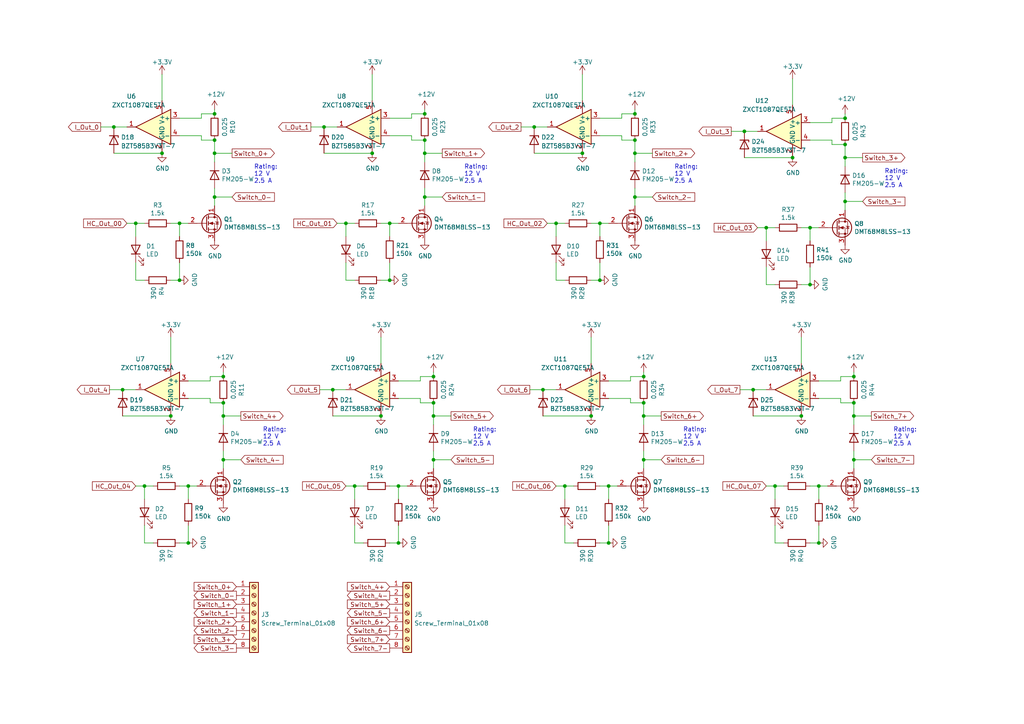
<source format=kicad_sch>
(kicad_sch (version 20211123) (generator eeschema)
  (paper "A4")
  (junction (at 115.57 140.97))
  (junction (at 39.37 64.77))
  (junction (at 245.11 34.29))
  (junction (at 54.61 140.97))
  (junction (at 49.53 120.65))
  (junction (at 93.98 36.83))
  (junction (at 125.73 109.22))
  (junction (at 163.83 140.97))
  (junction (at 229.87 45.72))
  (junction (at 168.91 44.45))
  (junction (at 41.91 140.97))
  (junction (at 171.45 120.65))
  (junction (at 184.15 44.45))
  (junction (at 35.56 113.03))
  (junction (at 218.44 113.03))
  (junction (at 123.19 57.15))
  (junction (at 224.79 140.97))
  (junction (at 184.15 57.15))
  (junction (at 245.11 41.91))
  (junction (at 215.9 38.1))
  (junction (at 33.02 36.83))
  (junction (at 62.23 44.45))
  (junction (at 125.73 120.65))
  (junction (at 184.15 40.64))
  (junction (at 173.99 64.77))
  (junction (at 186.69 133.35))
  (junction (at 245.11 58.42))
  (junction (at 245.11 45.72))
  (junction (at 157.48 113.03))
  (junction (at 247.65 120.65))
  (junction (at 247.65 109.22))
  (junction (at 186.69 109.22))
  (junction (at 234.95 82.55))
  (junction (at 96.52 113.03))
  (junction (at 46.99 44.45))
  (junction (at 110.49 120.65))
  (junction (at 52.07 64.77))
  (junction (at 64.77 109.22))
  (junction (at 237.49 140.97))
  (junction (at 123.19 44.45))
  (junction (at 125.73 133.35))
  (junction (at 100.33 64.77))
  (junction (at 237.49 157.48))
  (junction (at 62.23 57.15))
  (junction (at 62.23 33.02))
  (junction (at 154.94 36.83))
  (junction (at 113.03 81.28))
  (junction (at 247.65 133.35))
  (junction (at 115.57 157.48))
  (junction (at 107.95 44.45))
  (junction (at 123.19 33.02))
  (junction (at 123.19 40.64))
  (junction (at 113.03 64.77))
  (junction (at 64.77 133.35))
  (junction (at 102.87 140.97))
  (junction (at 222.25 66.04))
  (junction (at 186.69 116.84))
  (junction (at 176.53 157.48))
  (junction (at 52.07 81.28))
  (junction (at 64.77 120.65))
  (junction (at 184.15 33.02))
  (junction (at 247.65 116.84))
  (junction (at 186.69 120.65))
  (junction (at 161.29 64.77))
  (junction (at 173.99 81.28))
  (junction (at 232.41 120.65))
  (junction (at 125.73 116.84))
  (junction (at 64.77 116.84))
  (junction (at 54.61 157.48))
  (junction (at 234.95 66.04))
  (junction (at 62.23 40.64))
  (junction (at 176.53 140.97))
  (wire (pts (xy 113.03 64.77) (xy 115.57 64.77)))
  (wire (pts (xy 100.33 64.77) (xy 100.33 68.58)))
  (wire (pts (xy 247.65 120.65) (xy 247.65 123.19)))
  (wire (pts (xy 186.69 133.35) (xy 186.69 135.89)))
  (wire (pts (xy 54.61 110.49) (xy 60.96 110.49)))
  (wire (pts (xy 163.83 140.97) (xy 163.83 144.78)))
  (wire (pts (xy 125.73 133.35) (xy 125.73 135.89)))
  (wire (pts (xy 176.53 144.78) (xy 176.53 140.97)))
  (wire (pts (xy 237.49 110.49) (xy 243.84 110.49)))
  (wire (pts (xy 247.65 133.35) (xy 247.65 135.89)))
  (wire (pts (xy 52.07 34.29) (xy 58.42 34.29)))
  (wire (pts (xy 250.19 45.72) (xy 245.11 45.72)))
  (wire (pts (xy 212.09 38.1) (xy 215.9 38.1)))
  (wire (pts (xy 130.81 120.65) (xy 125.73 120.65)))
  (wire (pts (xy 250.19 58.42) (xy 245.11 58.42)))
  (wire (pts (xy 215.9 38.1) (xy 219.71 38.1)))
  (wire (pts (xy 62.23 44.45) (xy 62.23 46.99)))
  (wire (pts (xy 224.79 140.97) (xy 227.33 140.97)))
  (wire (pts (xy 234.95 69.85) (xy 234.95 66.04)))
  (wire (pts (xy 115.57 110.49) (xy 121.92 110.49)))
  (wire (pts (xy 243.84 110.49) (xy 243.84 109.22)))
  (wire (pts (xy 102.87 157.48) (xy 105.41 157.48)))
  (wire (pts (xy 224.79 140.97) (xy 224.79 144.78)))
  (wire (pts (xy 161.29 64.77) (xy 161.29 68.58)))
  (wire (pts (xy 60.96 116.84) (xy 64.77 116.84)))
  (wire (pts (xy 46.99 21.59) (xy 46.99 29.21)))
  (wire (pts (xy 163.83 152.4) (xy 163.83 157.48)))
  (wire (pts (xy 69.85 120.65) (xy 64.77 120.65)))
  (wire (pts (xy 245.11 45.72) (xy 245.11 48.26)))
  (wire (pts (xy 168.91 21.59) (xy 168.91 29.21)))
  (wire (pts (xy 125.73 109.22) (xy 125.73 107.95)))
  (wire (pts (xy 121.92 115.57) (xy 121.92 116.84)))
  (wire (pts (xy 115.57 140.97) (xy 118.11 140.97)))
  (wire (pts (xy 100.33 64.77) (xy 102.87 64.77)))
  (wire (pts (xy 241.3 40.64) (xy 234.95 40.64)))
  (wire (pts (xy 222.25 66.04) (xy 222.25 69.85)))
  (wire (pts (xy 52.07 157.48) (xy 54.61 157.48)))
  (wire (pts (xy 241.3 41.91) (xy 245.11 41.91)))
  (wire (pts (xy 245.11 34.29) (xy 245.11 33.02)))
  (wire (pts (xy 234.95 82.55) (xy 234.95 77.47)))
  (wire (pts (xy 180.34 33.02) (xy 184.15 33.02)))
  (wire (pts (xy 241.3 35.56) (xy 241.3 34.29)))
  (wire (pts (xy 173.99 81.28) (xy 173.99 76.2)))
  (wire (pts (xy 110.49 64.77) (xy 113.03 64.77)))
  (wire (pts (xy 241.3 34.29) (xy 245.11 34.29)))
  (wire (pts (xy 247.65 130.81) (xy 247.65 133.35)))
  (wire (pts (xy 97.79 64.77) (xy 100.33 64.77)))
  (wire (pts (xy 107.95 21.59) (xy 107.95 29.21)))
  (wire (pts (xy 191.77 120.65) (xy 186.69 120.65)))
  (wire (pts (xy 163.83 140.97) (xy 166.37 140.97)))
  (wire (pts (xy 92.71 113.03) (xy 96.52 113.03)))
  (wire (pts (xy 171.45 81.28) (xy 173.99 81.28)))
  (wire (pts (xy 173.99 140.97) (xy 176.53 140.97)))
  (wire (pts (xy 252.73 120.65) (xy 247.65 120.65)))
  (wire (pts (xy 62.23 40.64) (xy 62.23 44.45)))
  (wire (pts (xy 189.23 44.45) (xy 184.15 44.45)))
  (wire (pts (xy 247.65 116.84) (xy 247.65 120.65)))
  (wire (pts (xy 113.03 81.28) (xy 113.03 76.2)))
  (wire (pts (xy 125.73 120.65) (xy 125.73 123.19)))
  (wire (pts (xy 157.48 120.65) (xy 171.45 120.65)))
  (wire (pts (xy 161.29 140.97) (xy 163.83 140.97)))
  (wire (pts (xy 35.56 120.65) (xy 49.53 120.65)))
  (wire (pts (xy 222.25 140.97) (xy 224.79 140.97)))
  (wire (pts (xy 115.57 157.48) (xy 115.57 152.4)))
  (wire (pts (xy 58.42 39.37) (xy 58.42 40.64)))
  (wire (pts (xy 96.52 113.03) (xy 100.33 113.03)))
  (wire (pts (xy 243.84 115.57) (xy 237.49 115.57)))
  (wire (pts (xy 245.11 58.42) (xy 245.11 60.96)))
  (wire (pts (xy 113.03 34.29) (xy 119.38 34.29)))
  (wire (pts (xy 123.19 40.64) (xy 123.19 44.45)))
  (wire (pts (xy 119.38 33.02) (xy 123.19 33.02)))
  (wire (pts (xy 184.15 40.64) (xy 184.15 44.45)))
  (wire (pts (xy 180.34 39.37) (xy 180.34 40.64)))
  (wire (pts (xy 186.69 109.22) (xy 186.69 107.95)))
  (wire (pts (xy 224.79 152.4) (xy 224.79 157.48)))
  (wire (pts (xy 60.96 109.22) (xy 64.77 109.22)))
  (wire (pts (xy 62.23 54.61) (xy 62.23 57.15)))
  (wire (pts (xy 33.02 36.83) (xy 36.83 36.83)))
  (wire (pts (xy 125.73 116.84) (xy 125.73 120.65)))
  (wire (pts (xy 184.15 54.61) (xy 184.15 57.15)))
  (wire (pts (xy 123.19 57.15) (xy 123.19 59.69)))
  (wire (pts (xy 41.91 140.97) (xy 44.45 140.97)))
  (wire (pts (xy 58.42 39.37) (xy 52.07 39.37)))
  (wire (pts (xy 39.37 140.97) (xy 41.91 140.97)))
  (wire (pts (xy 113.03 157.48) (xy 115.57 157.48)))
  (wire (pts (xy 237.49 140.97) (xy 240.03 140.97)))
  (wire (pts (xy 102.87 152.4) (xy 102.87 157.48)))
  (wire (pts (xy 171.45 64.77) (xy 173.99 64.77)))
  (wire (pts (xy 161.29 81.28) (xy 163.83 81.28)))
  (wire (pts (xy 180.34 39.37) (xy 173.99 39.37)))
  (wire (pts (xy 64.77 109.22) (xy 64.77 107.95)))
  (wire (pts (xy 243.84 116.84) (xy 247.65 116.84)))
  (wire (pts (xy 229.87 22.86) (xy 229.87 30.48)))
  (wire (pts (xy 102.87 140.97) (xy 105.41 140.97)))
  (wire (pts (xy 54.61 144.78) (xy 54.61 140.97)))
  (wire (pts (xy 64.77 116.84) (xy 64.77 120.65)))
  (wire (pts (xy 113.03 68.58) (xy 113.03 64.77)))
  (wire (pts (xy 151.13 36.83) (xy 154.94 36.83)))
  (wire (pts (xy 252.73 133.35) (xy 247.65 133.35)))
  (wire (pts (xy 54.61 157.48) (xy 54.61 152.4)))
  (wire (pts (xy 224.79 157.48) (xy 227.33 157.48)))
  (wire (pts (xy 58.42 34.29) (xy 58.42 33.02)))
  (wire (pts (xy 128.27 44.45) (xy 123.19 44.45)))
  (wire (pts (xy 182.88 116.84) (xy 186.69 116.84)))
  (wire (pts (xy 49.53 64.77) (xy 52.07 64.77)))
  (wire (pts (xy 232.41 97.79) (xy 232.41 105.41)))
  (wire (pts (xy 245.11 55.88) (xy 245.11 58.42)))
  (wire (pts (xy 119.38 34.29) (xy 119.38 33.02)))
  (wire (pts (xy 176.53 157.48) (xy 176.53 152.4)))
  (wire (pts (xy 189.23 57.15) (xy 184.15 57.15)))
  (wire (pts (xy 184.15 33.02) (xy 184.15 31.75)))
  (wire (pts (xy 121.92 115.57) (xy 115.57 115.57)))
  (wire (pts (xy 64.77 133.35) (xy 64.77 135.89)))
  (wire (pts (xy 67.31 57.15) (xy 62.23 57.15)))
  (wire (pts (xy 60.96 110.49) (xy 60.96 109.22)))
  (wire (pts (xy 41.91 140.97) (xy 41.91 144.78)))
  (wire (pts (xy 93.98 36.83) (xy 97.79 36.83)))
  (wire (pts (xy 184.15 44.45) (xy 184.15 46.99)))
  (wire (pts (xy 125.73 130.81) (xy 125.73 133.35)))
  (wire (pts (xy 69.85 133.35) (xy 64.77 133.35)))
  (wire (pts (xy 232.41 66.04) (xy 234.95 66.04)))
  (wire (pts (xy 67.31 44.45) (xy 62.23 44.45)))
  (wire (pts (xy 35.56 113.03) (xy 39.37 113.03)))
  (wire (pts (xy 171.45 97.79) (xy 171.45 105.41)))
  (wire (pts (xy 247.65 109.22) (xy 247.65 107.95)))
  (wire (pts (xy 113.03 140.97) (xy 115.57 140.97)))
  (wire (pts (xy 182.88 115.57) (xy 182.88 116.84)))
  (wire (pts (xy 176.53 110.49) (xy 182.88 110.49)))
  (wire (pts (xy 119.38 40.64) (xy 123.19 40.64)))
  (wire (pts (xy 54.61 140.97) (xy 57.15 140.97)))
  (wire (pts (xy 100.33 140.97) (xy 102.87 140.97)))
  (wire (pts (xy 237.49 157.48) (xy 237.49 152.4)))
  (wire (pts (xy 173.99 64.77) (xy 176.53 64.77)))
  (wire (pts (xy 219.71 66.04) (xy 222.25 66.04)))
  (wire (pts (xy 39.37 64.77) (xy 41.91 64.77)))
  (wire (pts (xy 119.38 39.37) (xy 113.03 39.37)))
  (wire (pts (xy 33.02 44.45) (xy 46.99 44.45)))
  (wire (pts (xy 49.53 81.28) (xy 52.07 81.28)))
  (wire (pts (xy 121.92 110.49) (xy 121.92 109.22)))
  (wire (pts (xy 121.92 116.84) (xy 125.73 116.84)))
  (wire (pts (xy 36.83 64.77) (xy 39.37 64.77)))
  (wire (pts (xy 186.69 116.84) (xy 186.69 120.65)))
  (wire (pts (xy 215.9 45.72) (xy 229.87 45.72)))
  (wire (pts (xy 173.99 34.29) (xy 180.34 34.29)))
  (wire (pts (xy 64.77 130.81) (xy 64.77 133.35)))
  (wire (pts (xy 232.41 82.55) (xy 234.95 82.55)))
  (wire (pts (xy 180.34 34.29) (xy 180.34 33.02)))
  (wire (pts (xy 214.63 113.03) (xy 218.44 113.03)))
  (wire (pts (xy 58.42 33.02) (xy 62.23 33.02)))
  (wire (pts (xy 29.21 36.83) (xy 33.02 36.83)))
  (wire (pts (xy 243.84 109.22) (xy 247.65 109.22)))
  (wire (pts (xy 52.07 81.28) (xy 52.07 76.2)))
  (wire (pts (xy 222.25 82.55) (xy 224.79 82.55)))
  (wire (pts (xy 241.3 40.64) (xy 241.3 41.91)))
  (wire (pts (xy 121.92 109.22) (xy 125.73 109.22)))
  (wire (pts (xy 180.34 40.64) (xy 184.15 40.64)))
  (wire (pts (xy 110.49 81.28) (xy 113.03 81.28)))
  (wire (pts (xy 186.69 130.81) (xy 186.69 133.35)))
  (wire (pts (xy 243.84 115.57) (xy 243.84 116.84)))
  (wire (pts (xy 62.23 57.15) (xy 62.23 59.69)))
  (wire (pts (xy 153.67 113.03) (xy 157.48 113.03)))
  (wire (pts (xy 182.88 109.22) (xy 186.69 109.22)))
  (wire (pts (xy 237.49 144.78) (xy 237.49 140.97)))
  (wire (pts (xy 234.95 66.04) (xy 237.49 66.04)))
  (wire (pts (xy 154.94 44.45) (xy 168.91 44.45)))
  (wire (pts (xy 218.44 120.65) (xy 232.41 120.65)))
  (wire (pts (xy 186.69 120.65) (xy 186.69 123.19)))
  (wire (pts (xy 110.49 97.79) (xy 110.49 105.41)))
  (wire (pts (xy 184.15 57.15) (xy 184.15 59.69)))
  (wire (pts (xy 96.52 120.65) (xy 110.49 120.65)))
  (wire (pts (xy 39.37 64.77) (xy 39.37 68.58)))
  (wire (pts (xy 234.95 35.56) (xy 241.3 35.56)))
  (wire (pts (xy 182.88 110.49) (xy 182.88 109.22)))
  (wire (pts (xy 39.37 76.2) (xy 39.37 81.28)))
  (wire (pts (xy 130.81 133.35) (xy 125.73 133.35)))
  (wire (pts (xy 90.17 36.83) (xy 93.98 36.83)))
  (wire (pts (xy 234.95 140.97) (xy 237.49 140.97)))
  (wire (pts (xy 191.77 133.35) (xy 186.69 133.35)))
  (wire (pts (xy 52.07 140.97) (xy 54.61 140.97)))
  (wire (pts (xy 234.95 157.48) (xy 237.49 157.48)))
  (wire (pts (xy 176.53 140.97) (xy 179.07 140.97)))
  (wire (pts (xy 161.29 64.77) (xy 163.83 64.77)))
  (wire (pts (xy 39.37 81.28) (xy 41.91 81.28)))
  (wire (pts (xy 154.94 36.83) (xy 158.75 36.83)))
  (wire (pts (xy 64.77 120.65) (xy 64.77 123.19)))
  (wire (pts (xy 123.19 44.45) (xy 123.19 46.99)))
  (wire (pts (xy 128.27 57.15) (xy 123.19 57.15)))
  (wire (pts (xy 60.96 115.57) (xy 60.96 116.84)))
  (wire (pts (xy 161.29 76.2) (xy 161.29 81.28)))
  (wire (pts (xy 41.91 152.4) (xy 41.91 157.48)))
  (wire (pts (xy 102.87 140.97) (xy 102.87 144.78)))
  (wire (pts (xy 158.75 64.77) (xy 161.29 64.77)))
  (wire (pts (xy 41.91 157.48) (xy 44.45 157.48)))
  (wire (pts (xy 222.25 77.47) (xy 222.25 82.55)))
  (wire (pts (xy 173.99 157.48) (xy 176.53 157.48)))
  (wire (pts (xy 100.33 76.2) (xy 100.33 81.28)))
  (wire (pts (xy 62.23 33.02) (xy 62.23 31.75)))
  (wire (pts (xy 49.53 97.79) (xy 49.53 105.41)))
  (wire (pts (xy 245.11 41.91) (xy 245.11 45.72)))
  (wire (pts (xy 52.07 64.77) (xy 54.61 64.77)))
  (wire (pts (xy 218.44 113.03) (xy 222.25 113.03)))
  (wire (pts (xy 115.57 144.78) (xy 115.57 140.97)))
  (wire (pts (xy 58.42 40.64) (xy 62.23 40.64)))
  (wire (pts (xy 123.19 33.02) (xy 123.19 31.75)))
  (wire (pts (xy 119.38 39.37) (xy 119.38 40.64)))
  (wire (pts (xy 173.99 68.58) (xy 173.99 64.77)))
  (wire (pts (xy 60.96 115.57) (xy 54.61 115.57)))
  (wire (pts (xy 157.48 113.03) (xy 161.29 113.03)))
  (wire (pts (xy 123.19 54.61) (xy 123.19 57.15)))
  (wire (pts (xy 163.83 157.48) (xy 166.37 157.48)))
  (wire (pts (xy 222.25 66.04) (xy 224.79 66.04)))
  (wire (pts (xy 31.75 113.03) (xy 35.56 113.03)))
  (wire (pts (xy 52.07 68.58) (xy 52.07 64.77)))
  (wire (pts (xy 182.88 115.57) (xy 176.53 115.57)))
  (wire (pts (xy 93.98 44.45) (xy 107.95 44.45)))
  (wire (pts (xy 100.33 81.28) (xy 102.87 81.28)))
  (text "Rating:\n12 V\n2.5 A" (at 73.66 53.34 0) (effects (font (size 1.27 1.27)) (justify left bottom)))
  (text "Rating:\n12 V\n2.5 A" (at 137.16 129.54 0) (effects (font (size 1.27 1.27)) (justify left bottom)))
  (text "Rating:\n12 V\n2.5 A" (at 134.62 53.34 0) (effects (font (size 1.27 1.27)) (justify left bottom)))
  (text "Rating:\n12 V\n2.5 A" (at 195.58 53.34 0) (effects (font (size 1.27 1.27)) (justify left bottom)))
  (text "Rating:\n12 V\n2.5 A" (at 198.12 129.54 0) (effects (font (size 1.27 1.27)) (justify left bottom)))
  (text "Rating:\n12 V\n2.5 A" (at 256.54 54.61 0) (effects (font (size 1.27 1.27)) (justify left bottom)))
  (text "Rating:\n12 V\n2.5 A" (at 259.08 129.54 0) (effects (font (size 1.27 1.27)) (justify left bottom)))
  (text "Rating:\n12 V\n2.5 A" (at 76.2 129.54 0) (effects (font (size 1.27 1.27)) (justify left bottom)))
  (global_label "I_Out_1" (shape output) (at 90.17 36.83 180) (property "Referenzen zwischen Schaltplänen" "${INTERSHEET_REFS}" (effects hide)))
  (global_label "Switch_2+" (shape output) (at 189.23 44.45 0) (property "Referenzen zwischen Schaltplänen" "${INTERSHEET_REFS}" (effects hide)))
  (global_label "HC_Out_03" (shape input) (at 219.71 66.04 180) (property "Referenzen zwischen Schaltplänen" "${INTERSHEET_REFS}" (effects hide)))
  (global_label "Switch_0+" (shape output) (at 67.31 44.45 0) (property "Referenzen zwischen Schaltplänen" "${INTERSHEET_REFS}" (effects hide)))
  (global_label "Switch_6+" (shape input) (at 113.03 180.34 180) (property "Referenzen zwischen Schaltplänen" "${INTERSHEET_REFS}" (effects hide)))
  (global_label "Switch_3+" (shape input) (at 68.58 185.42 180) (property "Referenzen zwischen Schaltplänen" "${INTERSHEET_REFS}" (effects hide)))
  (global_label "Switch_6-" (shape output) (at 113.03 182.88 180) (property "Referenzen zwischen Schaltplänen" "${INTERSHEET_REFS}" (effects hide)))
  (global_label "Switch_3-" (shape output) (at 68.58 187.96 180) (property "Referenzen zwischen Schaltplänen" "${INTERSHEET_REFS}" (effects hide)))
  (global_label "HC_Out_00" (shape input) (at 36.83 64.77 180) (property "Referenzen zwischen Schaltplänen" "${INTERSHEET_REFS}" (effects hide)))
  (global_label "Switch_2-" (shape output) (at 68.58 182.88 180) (property "Referenzen zwischen Schaltplänen" "${INTERSHEET_REFS}" (effects hide)))
  (global_label "Switch_7+" (shape output) (at 252.73 120.65 0) (property "Referenzen zwischen Schaltplänen" "${INTERSHEET_REFS}" (effects hide)))
  (global_label "Switch_4-" (shape output) (at 113.03 172.72 180) (property "Referenzen zwischen Schaltplänen" "${INTERSHEET_REFS}" (effects hide)))
  (global_label "Switch_5+" (shape output) (at 130.81 120.65 0) (property "Referenzen zwischen Schaltplänen" "${INTERSHEET_REFS}" (effects hide)))
  (global_label "Switch_1+" (shape input) (at 68.58 175.26 180) (property "Referenzen zwischen Schaltplänen" "${INTERSHEET_REFS}" (effects hide)))
  (global_label "Switch_4+" (shape output) (at 69.85 120.65 0) (property "Referenzen zwischen Schaltplänen" "${INTERSHEET_REFS}" (effects hide)))
  (global_label "I_Out_3" (shape output) (at 212.09 38.1 180) (property "Referenzen zwischen Schaltplänen" "${INTERSHEET_REFS}" (effects hide)))
  (global_label "Switch_5+" (shape input) (at 113.03 175.26 180) (property "Referenzen zwischen Schaltplänen" "${INTERSHEET_REFS}" (effects hide)))
  (global_label "I_Out_6" (shape output) (at 153.67 113.03 180) (property "Referenzen zwischen Schaltplänen" "${INTERSHEET_REFS}" (effects hide)))
  (global_label "Switch_1+" (shape output) (at 128.27 44.45 0) (property "Referenzen zwischen Schaltplänen" "${INTERSHEET_REFS}" (effects hide)))
  (global_label "HC_Out_07" (shape input) (at 222.25 140.97 180) (property "Referenzen zwischen Schaltplänen" "${INTERSHEET_REFS}" (effects hide)))
  (global_label "HC_Out_05" (shape input) (at 100.33 140.97 180) (property "Referenzen zwischen Schaltplänen" "${INTERSHEET_REFS}" (effects hide)))
  (global_label "Switch_4-" (shape input) (at 69.85 133.35 0) (property "Referenzen zwischen Schaltplänen" "${INTERSHEET_REFS}" (effects hide)))
  (global_label "I_Out_2" (shape output) (at 151.13 36.83 180) (property "Referenzen zwischen Schaltplänen" "${INTERSHEET_REFS}" (effects hide)))
  (global_label "I_Out_4" (shape output) (at 31.75 113.03 180) (property "Referenzen zwischen Schaltplänen" "${INTERSHEET_REFS}" (effects hide)))
  (global_label "HC_Out_02" (shape input) (at 158.75 64.77 180) (property "Referenzen zwischen Schaltplänen" "${INTERSHEET_REFS}" (effects hide)))
  (global_label "Switch_6-" (shape input) (at 191.77 133.35 0) (property "Referenzen zwischen Schaltplänen" "${INTERSHEET_REFS}" (effects hide)))
  (global_label "Switch_2+" (shape input) (at 68.58 180.34 180) (property "Referenzen zwischen Schaltplänen" "${INTERSHEET_REFS}" (effects hide)))
  (global_label "I_Out_0" (shape output) (at 29.21 36.83 180) (property "Referenzen zwischen Schaltplänen" "${INTERSHEET_REFS}" (effects hide)))
  (global_label "Switch_1-" (shape input) (at 128.27 57.15 0) (property "Referenzen zwischen Schaltplänen" "${INTERSHEET_REFS}" (effects hide)))
  (global_label "Switch_4+" (shape input) (at 113.03 170.18 180) (property "Referenzen zwischen Schaltplänen" "${INTERSHEET_REFS}" (effects hide)))
  (global_label "Switch_1-" (shape output) (at 68.58 177.8 180) (property "Referenzen zwischen Schaltplänen" "${INTERSHEET_REFS}" (effects hide)))
  (global_label "HC_Out_06" (shape input) (at 161.29 140.97 180) (property "Referenzen zwischen Schaltplänen" "${INTERSHEET_REFS}" (effects hide)))
  (global_label "Switch_3+" (shape output) (at 250.19 45.72 0) (property "Referenzen zwischen Schaltplänen" "${INTERSHEET_REFS}" (effects hide)))
  (global_label "Switch_3-" (shape input) (at 250.19 58.42 0) (property "Referenzen zwischen Schaltplänen" "${INTERSHEET_REFS}" (effects hide)))
  (global_label "Switch_5-" (shape output) (at 113.03 177.8 180) (property "Referenzen zwischen Schaltplänen" "${INTERSHEET_REFS}" (effects hide)))
  (global_label "Switch_7-" (shape input) (at 252.73 133.35 0) (property "Referenzen zwischen Schaltplänen" "${INTERSHEET_REFS}" (effects hide)))
  (global_label "Switch_7+" (shape input) (at 113.03 185.42 180) (property "Referenzen zwischen Schaltplänen" "${INTERSHEET_REFS}" (effects hide)))
  (global_label "Switch_2-" (shape input) (at 189.23 57.15 0) (property "Referenzen zwischen Schaltplänen" "${INTERSHEET_REFS}" (effects hide)))
  (global_label "Switch_0-" (shape output) (at 68.58 172.72 180) (property "Referenzen zwischen Schaltplänen" "${INTERSHEET_REFS}" (effects hide)))
  (global_label "Switch_0+" (shape input) (at 68.58 170.18 180) (property "Referenzen zwischen Schaltplänen" "${INTERSHEET_REFS}" (effects hide)))
  (global_label "Switch_5-" (shape input) (at 130.81 133.35 0) (property "Referenzen zwischen Schaltplänen" "${INTERSHEET_REFS}" (effects hide)))
  (global_label "Switch_6+" (shape output) (at 191.77 120.65 0) (property "Referenzen zwischen Schaltplänen" "${INTERSHEET_REFS}" (effects hide)))
  (global_label "I_Out_7" (shape output) (at 214.63 113.03 180) (property "Referenzen zwischen Schaltplänen" "${INTERSHEET_REFS}" (effects hide)))
  (global_label "Switch_7-" (shape output) (at 113.03 187.96 180) (property "Referenzen zwischen Schaltplänen" "${INTERSHEET_REFS}" (effects hide)))
  (global_label "Switch_0-" (shape input) (at 67.31 57.15 0) (property "Referenzen zwischen Schaltplänen" "${INTERSHEET_REFS}" (effects hide)))
  (global_label "HC_Out_01" (shape input) (at 97.79 64.77 180) (property "Referenzen zwischen Schaltplänen" "${INTERSHEET_REFS}" (effects hide)))
  (global_label "HC_Out_04" (shape input) (at 39.37 140.97 180) (property "Referenzen zwischen Schaltplänen" "${INTERSHEET_REFS}" (effects hide)))
  (global_label "I_Out_5" (shape output) (at 92.71 113.03 180) (property "Referenzen zwischen Schaltplänen" "${INTERSHEET_REFS}" (effects hide)))
  (symbol (lib_id "Device:Q_NMOS_DGS") (at 62.23 140.97 0) (unit 1)
    (property "Reference" "Q2" (at 67.437 139.8016 0) (effects (justify left)))
    (property "Value" "DMT68M8LSS-13" (at 67.437 142.113 0) (effects (justify left)))
    (property "Footprint" "Bauteile:DMT68M8LSS-13_SO-8_5.3x6.2mm_P1.27mm" (effects hide))
    (property "Datasheet" "https://www.mouser.de/datasheet/2/115/DIOD_S_A0003132569_1-2542338.pdf" (effects hide))
    (property "Mouser-Nr." "621-DMT68M8LSS-13" (effects hide))
    (property "ID" "64" (effects hide))
  )
  (symbol (lib_id "Device:R") (at 176.53 148.59 0) (unit 1)
    (property "Reference" "R32" (at 178.308 147.4216 0) (effects (justify left)))
    (property "Value" "150k" (at 178.308 149.733 0) (effects (justify left)))
    (property "Footprint" "Resistor_SMD:R_0603_1608Metric" (effects hide))
    (property "Mouser-Nr." "603-RC0603FR-07150KL" (effects hide))
    (property "ID" "38" (effects hide))
  )
  (symbol (lib_id "power:+12V") (at 62.23 31.75 0) (unit 1)
    (property "Reference" "#PWR0167" (effects hide))
    (property "Value" "+12V" (at 62.611 27.3558 0))
  )
  (symbol (lib_id "power:GND") (at 245.11 71.12 0) (unit 1)
    (property "Reference" "#PWR0131" (effects hide))
    (property "Value" "GND" (at 245.237 75.5142 0))
  )
  (symbol (lib_id "Device:R") (at 54.61 148.59 0) (unit 1)
    (property "Reference" "R9" (at 56.388 147.4216 0) (effects (justify left)))
    (property "Value" "150k" (at 56.388 149.733 0) (effects (justify left)))
    (property "Footprint" "Resistor_SMD:R_0603_1608Metric" (effects hide))
    (property "Mouser-Nr." "603-RC0603FR-07150KL" (effects hide))
    (property "ID" "38" (effects hide))
  )
  (symbol (lib_id "power:GND") (at 184.15 69.85 0) (unit 1)
    (property "Reference" "#PWR0142" (effects hide))
    (property "Value" "GND" (at 184.277 74.2442 0))
  )
  (symbol (lib_id "Device:LED") (at 222.25 73.66 90) (unit 1)
    (property "Reference" "D14" (at 225.2472 72.6694 90) (effects (justify right)))
    (property "Value" "LED" (at 225.2472 74.9808 90) (effects (justify right)))
    (property "Footprint" "LED_SMD:LED_0805_2012Metric" (effects hide))
    (property "ID" "33" (effects hide))
  )
  (symbol (lib_id "Device:R") (at 237.49 148.59 0) (unit 1)
    (property "Reference" "R42" (at 239.268 147.4216 0) (effects (justify left)))
    (property "Value" "150k" (at 239.268 149.733 0) (effects (justify left)))
    (property "Footprint" "Resistor_SMD:R_0603_1608Metric" (effects hide))
    (property "Mouser-Nr." "603-RC0603FR-07150KL" (effects hide))
    (property "ID" "38" (effects hide))
  )
  (symbol (lib_id "Diode:BZT52Bxx") (at 218.44 116.84 270) (unit 1)
    (property "Reference" "D25" (at 220.472 116.0053 90) (effects (justify left)))
    (property "Value" "BZT585B3V3T-7" (at 220.472 118.5422 90) (effects (justify left)))
    (property "Footprint" "Diode_SMD:D_SOD-523" (effects hide))
    (property "Datasheet" "https://www.mouser.de/datasheet/2/115/DIODS21369_1-2541769.pdf" (effects hide))
    (property "Mouser-Nr." "621-BZT585B3V3T-7" (effects hide))
    (property "ID" "63" (effects hide))
  )
  (symbol (lib_id "power:GND") (at 64.77 146.05 0) (unit 1)
    (property "Reference" "#PWR0148" (effects hide))
    (property "Value" "GND" (at 64.897 150.4442 0))
  )
  (symbol (lib_id "Device:R") (at 234.95 73.66 0) (unit 1)
    (property "Reference" "R41" (at 236.728 72.4916 0) (effects (justify left)))
    (property "Value" "150k" (at 236.728 74.803 0) (effects (justify left)))
    (property "Footprint" "Resistor_SMD:R_0603_1608Metric" (effects hide))
    (property "Mouser-Nr." "603-RC0603FR-07150KL" (effects hide))
    (property "ID" "38" (effects hide))
  )
  (symbol (lib_id "power:GND") (at 186.69 146.05 0) (unit 1)
    (property "Reference" "#PWR0135" (effects hide))
    (property "Value" "GND" (at 186.817 150.4442 0))
  )
  (symbol (lib_id "Device:R") (at 228.6 82.55 270) (unit 1)
    (property "Reference" "R38" (at 229.7684 84.328 0) (effects (justify left)))
    (property "Value" "390" (at 227.457 84.328 0) (effects (justify left)))
    (property "Footprint" "Resistor_SMD:R_0603_1608Metric" (effects hide))
    (property "Datasheet" "https://www.mouser.de/datasheet/2/447/PYu_RC_Group_51_RoHS_L_11-1984063.pdf" (effects hide))
    (property "Mouser-Nr." "603-RC0603FR-07390RL" (effects hide))
    (property "ID" "21" (effects hide))
  )
  (symbol (lib_id "Device:R") (at 231.14 157.48 270) (unit 1)
    (property "Reference" "R40" (at 232.3084 159.258 0) (effects (justify left)))
    (property "Value" "390" (at 229.997 159.258 0) (effects (justify left)))
    (property "Footprint" "Resistor_SMD:R_0603_1608Metric" (effects hide))
    (property "Datasheet" "https://www.mouser.de/datasheet/2/447/PYu_RC_Group_51_RoHS_L_11-1984063.pdf" (effects hide))
    (property "Mouser-Nr." "603-RC0603FR-07390RL" (effects hide))
    (property "ID" "21" (effects hide))
  )
  (symbol (lib_id "Device:R") (at 109.22 157.48 270) (unit 1)
    (property "Reference" "R20" (at 110.3884 159.258 0) (effects (justify left)))
    (property "Value" "390" (at 108.077 159.258 0) (effects (justify left)))
    (property "Footprint" "Resistor_SMD:R_0603_1608Metric" (effects hide))
    (property "Datasheet" "https://www.mouser.de/datasheet/2/447/PYu_RC_Group_51_RoHS_L_11-1984063.pdf" (effects hide))
    (property "Mouser-Nr." "603-RC0603FR-07390RL" (effects hide))
    (property "ID" "21" (effects hide))
  )
  (symbol (lib_id "Amplifier_Current:INA169") (at 229.87 113.03 0) (mirror y) (unit 1)
    (property "Reference" "U13" (at 223.52 104.14 0))
    (property "Value" "ZXCT1087QE5TA " (at 226.06 106.68 0))
    (property "Footprint" "Package_TO_SOT_SMD:SOT-23-5" (effects hide))
    (property "Datasheet" "https://www.diodes.com/assets/Datasheets/ZXCT1082Q_87Q.pdf" (effects hide))
    (property "Mouser-Nr." " 621-ZXCT1087QE5TA " (effects hide))
    (property "ID" "65" (effects hide))
  )
  (symbol (lib_id "power:+3.3V") (at 46.99 21.59 0) (unit 1)
    (property "Reference" "#PWR0157" (effects hide))
    (property "Value" "+3.3V" (at 46.99 18.0142 0))
  )
  (symbol (lib_id "Diode:BZT52Bxx") (at 215.9 41.91 270) (unit 1)
    (property "Reference" "D24" (at 217.932 41.0753 90) (effects (justify left)))
    (property "Value" "BZT585B3V3T-7" (at 217.932 43.6122 90) (effects (justify left)))
    (property "Footprint" "Diode_SMD:D_SOD-523" (effects hide))
    (property "Datasheet" "https://www.mouser.de/datasheet/2/115/DIODS21369_1-2541769.pdf" (effects hide))
    (property "Mouser-Nr." "621-BZT585B3V3T-7" (effects hide))
    (property "ID" "63" (effects hide))
  )
  (symbol (lib_id "power:+12V") (at 64.77 107.95 0) (unit 1)
    (property "Reference" "#PWR0165" (effects hide))
    (property "Value" "+12V" (at 65.151 103.5558 0))
  )
  (symbol (lib_id "power:GND") (at 168.91 44.45 0) (unit 1)
    (property "Reference" "#PWR0133" (effects hide))
    (property "Value" "GND" (at 169.037 48.8442 0))
  )
  (symbol (lib_id "Device:R") (at 125.73 113.03 180) (unit 1)
    (property "Reference" "R24" (at 130.9878 113.03 90))
    (property "Value" "0.025" (at 128.6764 113.03 90))
    (property "Footprint" "Resistor_SMD:R_1206_3216Metric" (effects hide))
    (property "Datasheet" "https://www.mouser.de/datasheet/2/385/SEI_CSR_CSRN-3077593.pdf" (effects hide))
    (property "Mouser-Nr." "708-CSR1206FK25L0" (effects hide))
    (property "ID" "8" (effects hide))
  )
  (symbol (lib_id "power:+12V") (at 123.19 31.75 0) (unit 1)
    (property "Reference" "#PWR0140" (effects hide))
    (property "Value" "+12V" (at 123.571 27.3558 0))
  )
  (symbol (lib_id "Device:D") (at 123.19 50.8 270) (unit 1)
    (property "Reference" "D8" (at 125.222 49.6316 90) (effects (justify left)))
    (property "Value" "FM205-W" (at 125.222 51.943 90) (effects (justify left)))
    (property "Footprint" "Diode_SMD:D_SMB" (effects hide))
    (property "Datasheet" "https://www.bomeasy.com/pro/rectron/fm205-w/17618/fm205-w.pdf" (effects hide))
    (property "Mouser-Nr." "583-FM205" (effects hide))
    (property "ID" "9" (effects hide))
  )
  (symbol (lib_id "power:GND") (at 173.99 81.28 90) (unit 1)
    (property "Reference" "#PWR0130" (effects hide))
    (property "Value" "GND" (at 178.3842 81.153 0))
  )
  (symbol (lib_id "Diode:BZT52Bxx") (at 35.56 116.84 270) (unit 1)
    (property "Reference" "D19" (at 37.592 116.0053 90) (effects (justify left)))
    (property "Value" "BZT585B3V3T-7" (at 37.592 118.5422 90) (effects (justify left)))
    (property "Footprint" "Diode_SMD:D_SOD-523" (effects hide))
    (property "Datasheet" "https://www.mouser.de/datasheet/2/115/DIODS21369_1-2541769.pdf" (effects hide))
    (property "Mouser-Nr." "621-BZT585B3V3T-7" (effects hide))
    (property "ID" "63" (effects hide))
  )
  (symbol (lib_id "Diode:BZT52Bxx") (at 157.48 116.84 270) (unit 1)
    (property "Reference" "D23" (at 159.512 116.0053 90) (effects (justify left)))
    (property "Value" "BZT585B3V3T-7" (at 159.512 118.5422 90) (effects (justify left)))
    (property "Footprint" "Diode_SMD:D_SOD-523" (effects hide))
    (property "Datasheet" "https://www.mouser.de/datasheet/2/115/DIODS21369_1-2541769.pdf" (effects hide))
    (property "Mouser-Nr." "621-BZT585B3V3T-7" (effects hide))
    (property "ID" "63" (effects hide))
  )
  (symbol (lib_id "power:GND") (at 232.41 120.65 0) (unit 1)
    (property "Reference" "#PWR0185" (effects hide))
    (property "Value" "GND" (at 232.537 125.0442 0))
  )
  (symbol (lib_id "Device:R") (at 184.15 36.83 180) (unit 1)
    (property "Reference" "R33" (at 189.4078 36.83 90))
    (property "Value" "0.025" (at 187.0964 36.83 90))
    (property "Footprint" "Resistor_SMD:R_1206_3216Metric" (effects hide))
    (property "Datasheet" "https://www.mouser.de/datasheet/2/385/SEI_CSR_CSRN-3077593.pdf" (effects hide))
    (property "Mouser-Nr." "708-CSR1206FK25L0" (effects hide))
    (property "ID" "8" (effects hide))
  )
  (symbol (lib_id "Device:Q_NMOS_DGS") (at 242.57 66.04 0) (unit 1)
    (property "Reference" "Q8" (at 247.777 64.8716 0) (effects (justify left)))
    (property "Value" "DMT68M8LSS-13" (at 247.777 67.183 0) (effects (justify left)))
    (property "Footprint" "Bauteile:DMT68M8LSS-13_SO-8_5.3x6.2mm_P1.27mm" (effects hide))
    (property "Datasheet" "https://www.mouser.de/datasheet/2/115/DIOD_S_A0003132569_1-2542338.pdf" (effects hide))
    (property "Mouser-Nr." "621-DMT68M8LSS-13" (effects hide))
    (property "ID" "64" (effects hide))
  )
  (symbol (lib_id "Diode:BZT52Bxx") (at 33.02 40.64 270) (unit 1)
    (property "Reference" "D18" (at 35.052 39.8053 90) (effects (justify left)))
    (property "Value" "BZT585B3V3T-7" (at 35.052 42.3422 90) (effects (justify left)))
    (property "Footprint" "Diode_SMD:D_SOD-523" (effects hide))
    (property "Datasheet" "https://www.mouser.de/datasheet/2/115/DIODS21369_1-2541769.pdf" (effects hide))
    (property "Mouser-Nr." "621-BZT585B3V3T-7" (effects hide))
    (property "ID" "63" (effects hide))
  )
  (symbol (lib_id "Amplifier_Current:INA169") (at 227.33 38.1 0) (mirror y) (unit 1)
    (property "Reference" "U12" (at 220.98 29.21 0))
    (property "Value" "ZXCT1087QE5TA " (at 223.52 31.75 0))
    (property "Footprint" "Package_TO_SOT_SMD:SOT-23-5" (effects hide))
    (property "Datasheet" "https://www.diodes.com/assets/Datasheets/ZXCT1082Q_87Q.pdf" (effects hide))
    (property "Mouser-Nr." " 621-ZXCT1087QE5TA " (effects hide))
    (property "ID" "65" (effects hide))
  )
  (symbol (lib_id "Amplifier_Current:INA169") (at 105.41 36.83 0) (mirror y) (unit 1)
    (property "Reference" "U8" (at 99.06 27.94 0))
    (property "Value" "ZXCT1087QE5TA " (at 101.6 30.48 0))
    (property "Footprint" "Package_TO_SOT_SMD:SOT-23-5" (effects hide))
    (property "Datasheet" "https://www.diodes.com/assets/Datasheets/ZXCT1082Q_87Q.pdf" (effects hide))
    (property "Mouser-Nr." " 621-ZXCT1087QE5TA " (effects hide))
    (property "ID" "65" (effects hide))
  )
  (symbol (lib_id "Device:R") (at 115.57 148.59 0) (unit 1)
    (property "Reference" "R22" (at 117.348 147.4216 0) (effects (justify left)))
    (property "Value" "150k" (at 117.348 149.733 0) (effects (justify left)))
    (property "Footprint" "Resistor_SMD:R_0603_1608Metric" (effects hide))
    (property "Mouser-Nr." "603-RC0603FR-07150KL" (effects hide))
    (property "ID" "38" (effects hide))
  )
  (symbol (lib_id "Device:LED") (at 39.37 72.39 90) (unit 1)
    (property "Reference" "D1" (at 42.3672 71.3994 90) (effects (justify right)))
    (property "Value" "LED" (at 42.3672 73.7108 90) (effects (justify right)))
    (property "Footprint" "LED_SMD:LED_0805_2012Metric" (effects hide))
    (property "ID" "33" (effects hide))
  )
  (symbol (lib_id "Diode:BZT52Bxx") (at 154.94 40.64 270) (unit 1)
    (property "Reference" "D22" (at 156.972 39.8053 90) (effects (justify left)))
    (property "Value" "BZT585B3V3T-7" (at 156.972 42.3422 90) (effects (justify left)))
    (property "Footprint" "Diode_SMD:D_SOD-523" (effects hide))
    (property "Datasheet" "https://www.mouser.de/datasheet/2/115/DIODS21369_1-2541769.pdf" (effects hide))
    (property "Mouser-Nr." "621-BZT585B3V3T-7" (effects hide))
    (property "ID" "63" (effects hide))
  )
  (symbol (lib_id "power:+3.3V") (at 107.95 21.59 0) (unit 1)
    (property "Reference" "#PWR0141" (effects hide))
    (property "Value" "+3.3V" (at 107.95 18.0142 0))
  )
  (symbol (lib_id "Device:R") (at 109.22 140.97 270) (unit 1)
    (property "Reference" "R19" (at 109.22 135.7122 90))
    (property "Value" "1.5k" (at 109.22 138.0236 90))
    (property "Footprint" "Resistor_SMD:R_0603_1608Metric" (effects hide))
    (property "Mouser-Nr." "652-CR0603FX-1501ELF" (effects hide))
    (property "ID" "36" (effects hide))
  )
  (symbol (lib_id "Device:R") (at 45.72 81.28 270) (unit 1)
    (property "Reference" "R4" (at 46.8884 83.058 0) (effects (justify left)))
    (property "Value" "390" (at 44.577 83.058 0) (effects (justify left)))
    (property "Footprint" "Resistor_SMD:R_0603_1608Metric" (effects hide))
    (property "Datasheet" "https://www.mouser.de/datasheet/2/447/PYu_RC_Group_51_RoHS_L_11-1984063.pdf" (effects hide))
    (property "Mouser-Nr." "603-RC0603FR-07390RL" (effects hide))
    (property "ID" "21" (effects hide))
  )
  (symbol (lib_id "power:GND") (at 237.49 157.48 90) (unit 1)
    (property "Reference" "#PWR0173" (effects hide))
    (property "Value" "GND" (at 241.8842 157.353 0))
  )
  (symbol (lib_id "power:+3.3V") (at 171.45 97.79 0) (unit 1)
    (property "Reference" "#PWR0150" (effects hide))
    (property "Value" "+3.3V" (at 171.45 94.2142 0))
  )
  (symbol (lib_id "power:GND") (at 176.53 157.48 90) (unit 1)
    (property "Reference" "#PWR0144" (effects hide))
    (property "Value" "GND" (at 180.9242 157.353 0))
  )
  (symbol (lib_id "power:GND") (at 46.99 44.45 0) (unit 1)
    (property "Reference" "#PWR0154" (effects hide))
    (property "Value" "GND" (at 47.117 48.8442 0))
  )
  (symbol (lib_id "Device:R") (at 186.69 113.03 180) (unit 1)
    (property "Reference" "R34" (at 191.9478 113.03 90))
    (property "Value" "0.025" (at 189.6364 113.03 90))
    (property "Footprint" "Resistor_SMD:R_1206_3216Metric" (effects hide))
    (property "Datasheet" "https://www.mouser.de/datasheet/2/385/SEI_CSR_CSRN-3077593.pdf" (effects hide))
    (property "Mouser-Nr." "708-CSR1206FK25L0" (effects hide))
    (property "ID" "8" (effects hide))
  )
  (symbol (lib_id "power:+12V") (at 125.73 107.95 0) (unit 1)
    (property "Reference" "#PWR0151" (effects hide))
    (property "Value" "+12V" (at 126.111 103.5558 0))
  )
  (symbol (lib_id "Device:D") (at 184.15 50.8 270) (unit 1)
    (property "Reference" "D12" (at 186.182 49.6316 90) (effects (justify left)))
    (property "Value" "FM205-W" (at 186.182 51.943 90) (effects (justify left)))
    (property "Footprint" "Diode_SMD:D_SMB" (effects hide))
    (property "Datasheet" "https://www.bomeasy.com/pro/rectron/fm205-w/17618/fm205-w.pdf" (effects hide))
    (property "Mouser-Nr." "583-FM205" (effects hide))
    (property "ID" "9" (effects hide))
  )
  (symbol (lib_id "power:GND") (at 247.65 146.05 0) (unit 1)
    (property "Reference" "#PWR0146" (effects hide))
    (property "Value" "GND" (at 247.777 150.4442 0))
  )
  (symbol (lib_id "Device:LED") (at 102.87 148.59 90) (unit 1)
    (property "Reference" "D7" (at 105.8672 147.5994 90) (effects (justify right)))
    (property "Value" "LED" (at 105.8672 149.9108 90) (effects (justify right)))
    (property "Footprint" "LED_SMD:LED_0805_2012Metric" (effects hide))
    (property "ID" "33" (effects hide))
  )
  (symbol (lib_id "Device:R") (at 113.03 72.39 0) (unit 1)
    (property "Reference" "R21" (at 114.808 71.2216 0) (effects (justify left)))
    (property "Value" "150k" (at 114.808 73.533 0) (effects (justify left)))
    (property "Footprint" "Resistor_SMD:R_0603_1608Metric" (effects hide))
    (property "Mouser-Nr." "603-RC0603FR-07150KL" (effects hide))
    (property "ID" "38" (effects hide))
  )
  (symbol (lib_id "Device:R") (at 123.19 36.83 180) (unit 1)
    (property "Reference" "R23" (at 128.4478 36.83 90))
    (property "Value" "0.025" (at 126.1364 36.83 90))
    (property "Footprint" "Resistor_SMD:R_1206_3216Metric" (effects hide))
    (property "Datasheet" "https://www.mouser.de/datasheet/2/385/SEI_CSR_CSRN-3077593.pdf" (effects hide))
    (property "Mouser-Nr." "708-CSR1206FK25L0" (effects hide))
    (property "ID" "8" (effects hide))
  )
  (symbol (lib_id "Device:R") (at 106.68 64.77 270) (unit 1)
    (property "Reference" "R17" (at 106.68 59.5122 90))
    (property "Value" "1.5k" (at 106.68 61.8236 90))
    (property "Footprint" "Resistor_SMD:R_0603_1608Metric" (effects hide))
    (property "Mouser-Nr." "652-CR0603FX-1501ELF" (effects hide))
    (property "ID" "36" (effects hide))
  )
  (symbol (lib_id "power:+3.3V") (at 49.53 97.79 0) (unit 1)
    (property "Reference" "#PWR0162" (effects hide))
    (property "Value" "+3.3V" (at 49.53 94.2142 0))
  )
  (symbol (lib_id "Device:D") (at 247.65 127 270) (unit 1)
    (property "Reference" "D17" (at 249.682 125.8316 90) (effects (justify left)))
    (property "Value" "FM205-W" (at 249.682 128.143 90) (effects (justify left)))
    (property "Footprint" "Diode_SMD:D_SMB" (effects hide))
    (property "Datasheet" "https://www.bomeasy.com/pro/rectron/fm205-w/17618/fm205-w.pdf" (effects hide))
    (property "Mouser-Nr." "583-FM205" (effects hide))
    (property "ID" "9" (effects hide))
  )
  (symbol (lib_id "Device:D") (at 64.77 127 270) (unit 1)
    (property "Reference" "D4" (at 66.802 125.8316 90) (effects (justify left)))
    (property "Value" "FM205-W" (at 66.802 128.143 90) (effects (justify left)))
    (property "Footprint" "Diode_SMD:D_SMB" (effects hide))
    (property "Datasheet" "https://www.bomeasy.com/pro/rectron/fm205-w/17618/fm205-w.pdf" (effects hide))
    (property "Mouser-Nr." "583-FM205" (effects hide))
    (property "ID" "9" (effects hide))
  )
  (symbol (lib_id "Amplifier_Current:INA169") (at 46.99 113.03 0) (mirror y) (unit 1)
    (property "Reference" "U7" (at 40.64 104.14 0))
    (property "Value" "ZXCT1087QE5TA " (at 43.18 106.68 0))
    (property "Footprint" "Package_TO_SOT_SMD:SOT-23-5" (effects hide))
    (property "Datasheet" "https://www.diodes.com/assets/Datasheets/ZXCT1082Q_87Q.pdf" (effects hide))
    (property "Mouser-Nr." " 621-ZXCT1087QE5TA " (effects hide))
    (property "ID" "65" (effects hide))
  )
  (symbol (lib_id "Device:Q_NMOS_DGS") (at 123.19 140.97 0) (unit 1)
    (property "Reference" "Q5" (at 128.397 139.8016 0) (effects (justify left)))
    (property "Value" "DMT68M8LSS-13" (at 128.397 142.113 0) (effects (justify left)))
    (property "Footprint" "Bauteile:DMT68M8LSS-13_SO-8_5.3x6.2mm_P1.27mm" (effects hide))
    (property "Datasheet" "https://www.mouser.de/datasheet/2/115/DIOD_S_A0003132569_1-2542338.pdf" (effects hide))
    (property "Mouser-Nr." "621-DMT68M8LSS-13" (effects hide))
    (property "ID" "64" (effects hide))
  )
  (symbol (lib_id "Connector:Screw_Terminal_01x08") (at 118.11 177.8 0) (unit 1)
    (property "Reference" "J5" (at 120.142 178.2353 0) (effects (justify left)))
    (property "Value" "Screw_Terminal_01x08" (at 120.142 180.7722 0) (effects (justify left)))
    (property "Footprint" "TerminalBlock_Phoenix:TerminalBlock_Phoenix_PT-1,5-8-3.5-H_1x08_P3.50mm_Horizontal" (effects hide))
    (property "Mouser-Nr." "651-1984675" (effects hide))
    (property "ID" "56" (effects hide))
  )
  (symbol (lib_id "Device:LED") (at 224.79 148.59 90) (unit 1)
    (property "Reference" "D15" (at 227.7872 147.5994 90) (effects (justify right)))
    (property "Value" "LED" (at 227.7872 149.9108 90) (effects (justify right)))
    (property "Footprint" "LED_SMD:LED_0805_2012Metric" (effects hide))
    (property "ID" "33" (effects hide))
  )
  (symbol (lib_id "Amplifier_Current:INA169") (at 44.45 36.83 0) (mirror y) (unit 1)
    (property "Reference" "U6" (at 38.1 27.94 0))
    (property "Value" "ZXCT1087QE5TA " (at 40.64 30.48 0))
    (property "Footprint" "Package_TO_SOT_SMD:SOT-23-5" (effects hide))
    (property "Datasheet" "https://www.diodes.com/assets/Datasheets/ZXCT1082Q_87Q.pdf" (effects hide))
    (property "Mouser-Nr." " 621-ZXCT1087QE5TA " (effects hide))
    (property "ID" "65" (effects hide))
  )
  (symbol (lib_id "power:+3.3V") (at 110.49 97.79 0) (unit 1)
    (property "Reference" "#PWR0152" (effects hide))
    (property "Value" "+3.3V" (at 110.49 94.2142 0))
  )
  (symbol (lib_id "power:+12V") (at 186.69 107.95 0) (unit 1)
    (property "Reference" "#PWR0183" (effects hide))
    (property "Value" "+12V" (at 187.071 103.5558 0))
  )
  (symbol (lib_id "Device:R") (at 247.65 113.03 180) (unit 1)
    (property "Reference" "R44" (at 252.9078 113.03 90))
    (property "Value" "0.025" (at 250.5964 113.03 90))
    (property "Footprint" "Resistor_SMD:R_1206_3216Metric" (effects hide))
    (property "Datasheet" "https://www.mouser.de/datasheet/2/385/SEI_CSR_CSRN-3077593.pdf" (effects hide))
    (property "Mouser-Nr." "708-CSR1206FK25L0" (effects hide))
    (property "ID" "8" (effects hide))
  )
  (symbol (lib_id "power:GND") (at 171.45 120.65 0) (unit 1)
    (property "Reference" "#PWR0145" (effects hide))
    (property "Value" "GND" (at 171.577 125.0442 0))
  )
  (symbol (lib_id "Device:Q_NMOS_DGS") (at 181.61 64.77 0) (unit 1)
    (property "Reference" "Q6" (at 186.817 63.6016 0) (effects (justify left)))
    (property "Value" "DMT68M8LSS-13" (at 186.817 65.913 0) (effects (justify left)))
    (property "Footprint" "Bauteile:DMT68M8LSS-13_SO-8_5.3x6.2mm_P1.27mm" (effects hide))
    (property "Datasheet" "https://www.mouser.de/datasheet/2/115/DIOD_S_A0003132569_1-2542338.pdf" (effects hide))
    (property "Mouser-Nr." "621-DMT68M8LSS-13" (effects hide))
    (property "ID" "64" (effects hide))
  )
  (symbol (lib_id "Device:R") (at 173.99 72.39 0) (unit 1)
    (property "Reference" "R31" (at 175.768 71.2216 0) (effects (justify left)))
    (property "Value" "150k" (at 175.768 73.533 0) (effects (justify left)))
    (property "Footprint" "Resistor_SMD:R_0603_1608Metric" (effects hide))
    (property "Mouser-Nr." "603-RC0603FR-07150KL" (effects hide))
    (property "ID" "38" (effects hide))
  )
  (symbol (lib_id "Diode:BZT52Bxx") (at 93.98 40.64 270) (unit 1)
    (property "Reference" "D20" (at 96.012 39.8053 90) (effects (justify left)))
    (property "Value" "BZT585B3V3T-7" (at 96.012 42.3422 90) (effects (justify left)))
    (property "Footprint" "Diode_SMD:D_SOD-523" (effects hide))
    (property "Datasheet" "https://www.mouser.de/datasheet/2/115/DIODS21369_1-2541769.pdf" (effects hide))
    (property "Mouser-Nr." "621-BZT585B3V3T-7" (effects hide))
    (property "ID" "63" (effects hide))
  )
  (symbol (lib_id "power:GND") (at 52.07 81.28 90) (unit 1)
    (property "Reference" "#PWR0158" (effects hide))
    (property "Value" "GND" (at 56.4642 81.153 0))
  )
  (symbol (lib_id "Device:R") (at 170.18 140.97 270) (unit 1)
    (property "Reference" "R29" (at 170.18 135.7122 90))
    (property "Value" "1.5k" (at 170.18 138.0236 90))
    (property "Footprint" "Resistor_SMD:R_0603_1608Metric" (effects hide))
    (property "Mouser-Nr." "652-CR0603FX-1501ELF" (effects hide))
    (property "ID" "36" (effects hide))
  )
  (symbol (lib_id "power:+12V") (at 245.11 33.02 0) (unit 1)
    (property "Reference" "#PWR0175" (effects hide))
    (property "Value" "+12V" (at 245.491 28.6258 0))
  )
  (symbol (lib_id "power:+3.3V") (at 232.41 97.79 0) (unit 1)
    (property "Reference" "#PWR0187" (effects hide))
    (property "Value" "+3.3V" (at 232.41 94.2142 0))
  )
  (symbol (lib_id "power:GND") (at 107.95 44.45 0) (unit 1)
    (property "Reference" "#PWR0137" (effects hide))
    (property "Value" "GND" (at 108.077 48.8442 0))
  )
  (symbol (lib_id "Device:R") (at 64.77 113.03 180) (unit 1)
    (property "Reference" "R11" (at 70.0278 113.03 90))
    (property "Value" "0.025" (at 67.7164 113.03 90))
    (property "Footprint" "Resistor_SMD:R_1206_3216Metric" (effects hide))
    (property "Datasheet" "https://www.mouser.de/datasheet/2/385/SEI_CSR_CSRN-3077593.pdf" (effects hide))
    (property "Mouser-Nr." "708-CSR1206FK25L0" (effects hide))
    (property "ID" "8" (effects hide))
  )
  (symbol (lib_id "Device:Q_NMOS_DGS") (at 245.11 140.97 0) (unit 1)
    (property "Reference" "Q9" (at 250.317 139.8016 0) (effects (justify left)))
    (property "Value" "DMT68M8LSS-13" (at 250.317 142.113 0) (effects (justify left)))
    (property "Footprint" "Bauteile:DMT68M8LSS-13_SO-8_5.3x6.2mm_P1.27mm" (effects hide))
    (property "Datasheet" "https://www.mouser.de/datasheet/2/115/DIOD_S_A0003132569_1-2542338.pdf" (effects hide))
    (property "Mouser-Nr." "621-DMT68M8LSS-13" (effects hide))
    (property "ID" "64" (effects hide))
  )
  (symbol (lib_id "Device:R") (at 48.26 140.97 270) (unit 1)
    (property "Reference" "R5" (at 48.26 135.7122 90))
    (property "Value" "1.5k" (at 48.26 138.0236 90))
    (property "Footprint" "Resistor_SMD:R_0603_1608Metric" (effects hide))
    (property "Mouser-Nr." "652-CR0603FX-1501ELF" (effects hide))
    (property "ID" "36" (effects hide))
  )
  (symbol (lib_id "power:GND") (at 62.23 69.85 0) (unit 1)
    (property "Reference" "#PWR0155" (effects hide))
    (property "Value" "GND" (at 62.357 74.2442 0))
  )
  (symbol (lib_id "Device:R") (at 231.14 140.97 270) (unit 1)
    (property "Reference" "R39" (at 231.14 135.7122 90))
    (property "Value" "1.5k" (at 231.14 138.0236 90))
    (property "Footprint" "Resistor_SMD:R_0603_1608Metric" (effects hide))
    (property "Mouser-Nr." "652-CR0603FX-1501ELF" (effects hide))
    (property "ID" "36" (effects hide))
  )
  (symbol (lib_id "Diode:BZT52Bxx") (at 96.52 116.84 270) (unit 1)
    (property "Reference" "D21" (at 98.552 116.0053 90) (effects (justify left)))
    (property "Value" "BZT585B3V3T-7" (at 98.552 118.5422 90) (effects (justify left)))
    (property "Footprint" "Diode_SMD:D_SOD-523" (effects hide))
    (property "Datasheet" "https://www.mouser.de/datasheet/2/115/DIODS21369_1-2541769.pdf" (effects hide))
    (property "Mouser-Nr." "621-BZT585B3V3T-7" (effects hide))
    (property "ID" "63" (effects hide))
  )
  (symbol (lib_id "power:GND") (at 110.49 120.65 0) (unit 1)
    (property "Reference" "#PWR0153" (effects hide))
    (property "Value" "GND" (at 110.617 125.0442 0))
  )
  (symbol (lib_id "Device:R") (at 106.68 81.28 270) (unit 1)
    (property "Reference" "R18" (at 107.8484 83.058 0) (effects (justify left)))
    (property "Value" "390" (at 105.537 83.058 0) (effects (justify left)))
    (property "Footprint" "Resistor_SMD:R_0603_1608Metric" (effects hide))
    (property "Datasheet" "https://www.mouser.de/datasheet/2/447/PYu_RC_Group_51_RoHS_L_11-1984063.pdf" (effects hide))
    (property "Mouser-Nr." "603-RC0603FR-07390RL" (effects hide))
    (property "ID" "21" (effects hide))
  )
  (symbol (lib_id "Amplifier_Current:INA169") (at 107.95 113.03 0) (mirror y) (unit 1)
    (property "Reference" "U9" (at 101.6 104.14 0))
    (property "Value" "ZXCT1087QE5TA " (at 104.14 106.68 0))
    (property "Footprint" "Package_TO_SOT_SMD:SOT-23-5" (effects hide))
    (property "Datasheet" "https://www.diodes.com/assets/Datasheets/ZXCT1082Q_87Q.pdf" (effects hide))
    (property "Mouser-Nr." " 621-ZXCT1087QE5TA " (effects hide))
    (property "ID" "65" (effects hide))
  )
  (symbol (lib_id "Device:Q_NMOS_DGS") (at 59.69 64.77 0) (unit 1)
    (property "Reference" "Q1" (at 64.897 63.6016 0) (effects (justify left)))
    (property "Value" "DMT68M8LSS-13" (at 64.897 65.913 0) (effects (justify left)))
    (property "Footprint" "Bauteile:DMT68M8LSS-13_SO-8_5.3x6.2mm_P1.27mm" (effects hide))
    (property "Datasheet" "https://www.mouser.de/datasheet/2/115/DIOD_S_A0003132569_1-2542338.pdf" (effects hide))
    (property "Mouser-Nr." "621-DMT68M8LSS-13" (effects hide))
    (property "ID" "64" (effects hide))
  )
  (symbol (lib_id "power:+3.3V") (at 229.87 22.86 0) (unit 1)
    (property "Reference" "#PWR0177" (effects hide))
    (property "Value" "+3.3V" (at 229.87 19.2842 0))
  )
  (symbol (lib_id "power:GND") (at 234.95 82.55 90) (unit 1)
    (property "Reference" "#PWR0180" (effects hide))
    (property "Value" "GND" (at 239.3442 82.423 0))
  )
  (symbol (lib_id "Device:R") (at 52.07 72.39 0) (unit 1)
    (property "Reference" "R8" (at 53.848 71.2216 0) (effects (justify left)))
    (property "Value" "150k" (at 53.848 73.533 0) (effects (justify left)))
    (property "Footprint" "Resistor_SMD:R_0603_1608Metric" (effects hide))
    (property "Mouser-Nr." "603-RC0603FR-07150KL" (effects hide))
    (property "ID" "38" (effects hide))
  )
  (symbol (lib_id "power:GND") (at 113.03 81.28 90) (unit 1)
    (property "Reference" "#PWR0143" (effects hide))
    (property "Value" "GND" (at 117.4242 81.153 0))
  )
  (symbol (lib_id "Device:R") (at 167.64 64.77 270) (unit 1)
    (property "Reference" "R27" (at 167.64 59.5122 90))
    (property "Value" "1.5k" (at 167.64 61.8236 90))
    (property "Footprint" "Resistor_SMD:R_0603_1608Metric" (effects hide))
    (property "Mouser-Nr." "652-CR0603FX-1501ELF" (effects hide))
    (property "ID" "36" (effects hide))
  )
  (symbol (lib_id "Device:Q_NMOS_DGS") (at 120.65 64.77 0) (unit 1)
    (property "Reference" "Q4" (at 125.857 63.6016 0) (effects (justify left)))
    (property "Value" "DMT68M8LSS-13" (at 125.857 65.913 0) (effects (justify left)))
    (property "Footprint" "Bauteile:DMT68M8LSS-13_SO-8_5.3x6.2mm_P1.27mm" (effects hide))
    (property "Datasheet" "https://www.mouser.de/datasheet/2/115/DIOD_S_A0003132569_1-2542338.pdf" (effects hide))
    (property "Mouser-Nr." "621-DMT68M8LSS-13" (effects hide))
    (property "ID" "64" (effects hide))
  )
  (symbol (lib_id "power:+12V") (at 247.65 107.95 0) (unit 1)
    (property "Reference" "#PWR0182" (effects hide))
    (property "Value" "+12V" (at 248.031 103.5558 0))
  )
  (symbol (lib_id "Device:R") (at 228.6 66.04 270) (unit 1)
    (property "Reference" "R37" (at 228.6 60.7822 90))
    (property "Value" "1.5k" (at 228.6 63.0936 90))
    (property "Footprint" "Resistor_SMD:R_0603_1608Metric" (effects hide))
    (property "Mouser-Nr." "652-CR0603FX-1501ELF" (effects hide))
    (property "ID" "36" (effects hide))
  )
  (symbol (lib_id "Device:D") (at 245.11 52.07 270) (unit 1)
    (property "Reference" "D16" (at 247.142 50.9016 90) (effects (justify left)))
    (property "Value" "FM205-W" (at 247.142 53.213 90) (effects (justify left)))
    (property "Footprint" "Diode_SMD:D_SMB" (effects hide))
    (property "Datasheet" "https://www.bomeasy.com/pro/rectron/fm205-w/17618/fm205-w.pdf" (effects hide))
    (property "Mouser-Nr." "583-FM205" (effects hide))
    (property "ID" "9" (effects hide))
  )
  (symbol (lib_id "Device:D") (at 125.73 127 270) (unit 1)
    (property "Reference" "D9" (at 127.762 125.8316 90) (effects (justify left)))
    (property "Value" "FM205-W" (at 127.762 128.143 90) (effects (justify left)))
    (property "Footprint" "Diode_SMD:D_SMB" (effects hide))
    (property "Datasheet" "https://www.bomeasy.com/pro/rectron/fm205-w/17618/fm205-w.pdf" (effects hide))
    (property "Mouser-Nr." "583-FM205" (effects hide))
    (property "ID" "9" (effects hide))
  )
  (symbol (lib_id "Device:LED") (at 41.91 148.59 90) (unit 1)
    (property "Reference" "D2" (at 44.9072 147.5994 90) (effects (justify right)))
    (property "Value" "LED" (at 44.9072 149.9108 90) (effects (justify right)))
    (property "Footprint" "LED_SMD:LED_0805_2012Metric" (effects hide))
    (property "ID" "33" (effects hide))
  )
  (symbol (lib_id "Amplifier_Current:INA169") (at 166.37 36.83 0) (mirror y) (unit 1)
    (property "Reference" "U10" (at 160.02 27.94 0))
    (property "Value" "ZXCT1087QE5TA " (at 162.56 30.48 0))
    (property "Footprint" "Package_TO_SOT_SMD:SOT-23-5" (effects hide))
    (property "Datasheet" "https://www.diodes.com/assets/Datasheets/ZXCT1082Q_87Q.pdf" (effects hide))
    (property "Mouser-Nr." " 621-ZXCT1087QE5TA " (effects hide))
    (property "ID" "65" (effects hide))
  )
  (symbol (lib_id "Device:R") (at 167.64 81.28 270) (unit 1)
    (property "Reference" "R28" (at 168.8084 83.058 0) (effects (justify left)))
    (property "Value" "390" (at 166.497 83.058 0) (effects (justify left)))
    (property "Footprint" "Resistor_SMD:R_0603_1608Metric" (effects hide))
    (property "Datasheet" "https://www.mouser.de/datasheet/2/447/PYu_RC_Group_51_RoHS_L_11-1984063.pdf" (effects hide))
    (property "Mouser-Nr." "603-RC0603FR-07390RL" (effects hide))
    (property "ID" "21" (effects hide))
  )
  (symbol (lib_id "Device:LED") (at 163.83 148.59 90) (unit 1)
    (property "Reference" "D11" (at 166.8272 147.5994 90) (effects (justify right)))
    (property "Value" "LED" (at 166.8272 149.9108 90) (effects (justify right)))
    (property "Footprint" "LED_SMD:LED_0805_2012Metric" (effects hide))
    (property "ID" "33" (effects hide))
  )
  (symbol (lib_id "Device:R") (at 48.26 157.48 270) (unit 1)
    (property "Reference" "R7" (at 49.4284 159.258 0) (effects (justify left)))
    (property "Value" "390" (at 47.117 159.258 0) (effects (justify left)))
    (property "Footprint" "Resistor_SMD:R_0603_1608Metric" (effects hide))
    (property "Datasheet" "https://www.mouser.de/datasheet/2/447/PYu_RC_Group_51_RoHS_L_11-1984063.pdf" (effects hide))
    (property "Mouser-Nr." "603-RC0603FR-07390RL" (effects hide))
    (property "ID" "21" (effects hide))
  )
  (symbol (lib_id "power:GND") (at 49.53 120.65 0) (unit 1)
    (property "Reference" "#PWR0164" (effects hide))
    (property "Value" "GND" (at 49.657 125.0442 0))
  )
  (symbol (lib_id "Device:LED") (at 161.29 72.39 90) (unit 1)
    (property "Reference" "D10" (at 164.2872 71.3994 90) (effects (justify right)))
    (property "Value" "LED" (at 164.2872 73.7108 90) (effects (justify right)))
    (property "Footprint" "LED_SMD:LED_0805_2012Metric" (effects hide))
    (property "ID" "33" (effects hide))
  )
  (symbol (lib_id "power:+12V") (at 184.15 31.75 0) (unit 1)
    (property "Reference" "#PWR0132" (effects hide))
    (property "Value" "+12V" (at 184.531 27.3558 0))
  )
  (symbol (lib_id "power:GND") (at 125.73 146.05 0) (unit 1)
    (property "Reference" "#PWR0134" (effects hide))
    (property "Value" "GND" (at 125.857 150.4442 0))
  )
  (symbol (lib_id "power:GND") (at 229.87 45.72 0) (unit 1)
    (property "Reference" "#PWR0179" (effects hide))
    (property "Value" "GND" (at 229.997 50.1142 0))
  )
  (symbol (lib_id "Device:D") (at 62.23 50.8 270) (unit 1)
    (property "Reference" "D3" (at 64.262 49.6316 90) (effects (justify left)))
    (property "Value" "FM205-W" (at 64.262 51.943 90) (effects (justify left)))
    (property "Footprint" "Diode_SMD:D_SMB" (effects hide))
    (property "Datasheet" "https://www.bomeasy.com/pro/rectron/fm205-w/17618/fm205-w.pdf" (effects hide))
    (property "Mouser-Nr." "583-FM205" (effects hide))
    (property "ID" "9" (effects hide))
  )
  (symbol (lib_id "Device:R") (at 45.72 64.77 270) (unit 1)
    (property "Reference" "R3" (at 45.72 59.5122 90))
    (property "Value" "1.5k" (at 45.72 61.8236 90))
    (property "Footprint" "Resistor_SMD:R_0603_1608Metric" (effects hide))
    (property "Mouser-Nr." "652-CR0603FX-1501ELF" (effects hide))
    (property "ID" "36" (effects hide))
  )
  (symbol (lib_id "power:GND") (at 115.57 157.48 90) (unit 1)
    (property "Reference" "#PWR0147" (effects hide))
    (property "Value" "GND" (at 119.9642 157.353 0))
  )
  (symbol (lib_id "power:+3.3V") (at 168.91 21.59 0) (unit 1)
    (property "Reference" "#PWR0136" (effects hide))
    (property "Value" "+3.3V" (at 168.91 18.0142 0))
  )
  (symbol (lib_id "Device:Q_NMOS_DGS") (at 184.15 140.97 0) (unit 1)
    (property "Reference" "Q7" (at 189.357 139.8016 0) (effects (justify left)))
    (property "Value" "DMT68M8LSS-13" (at 189.357 142.113 0) (effects (justify left)))
    (property "Footprint" "Bauteile:DMT68M8LSS-13_SO-8_5.3x6.2mm_P1.27mm" (effects hide))
    (property "Datasheet" "https://www.mouser.de/datasheet/2/115/DIOD_S_A0003132569_1-2542338.pdf" (effects hide))
    (property "Mouser-Nr." "621-DMT68M8LSS-13" (effects hide))
    (property "ID" "64" (effects hide))
  )
  (symbol (lib_id "Device:R") (at 245.11 38.1 180) (unit 1)
    (property "Reference" "R43" (at 250.3678 38.1 90))
    (property "Value" "0.025" (at 248.0564 38.1 90))
    (property "Footprint" "Resistor_SMD:R_1206_3216Metric" (effects hide))
    (property "Datasheet" "https://www.mouser.de/datasheet/2/385/SEI_CSR_CSRN-3077593.pdf" (effects hide))
    (property "Mouser-Nr." "708-CSR1206FK25L0" (effects hide))
    (property "ID" "8" (effects hide))
  )
  (symbol (lib_id "Amplifier_Current:INA169") (at 168.91 113.03 0) (mirror y) (unit 1)
    (property "Reference" "U11" (at 162.56 104.14 0))
    (property "Value" "ZXCT1087QE5TA " (at 165.1 106.68 0))
    (property "Footprint" "Package_TO_SOT_SMD:SOT-23-5" (effects hide))
    (property "Datasheet" "https://www.diodes.com/assets/Datasheets/ZXCT1082Q_87Q.pdf" (effects hide))
    (property "Mouser-Nr." " 621-ZXCT1087QE5TA " (effects hide))
    (property "ID" "65" (effects hide))
  )
  (symbol (lib_id "Device:D") (at 186.69 127 270) (unit 1)
    (property "Reference" "D13" (at 188.722 125.8316 90) (effects (justify left)))
    (property "Value" "FM205-W" (at 188.722 128.143 90) (effects (justify left)))
    (property "Footprint" "Diode_SMD:D_SMB" (effects hide))
    (property "Datasheet" "https://www.bomeasy.com/pro/rectron/fm205-w/17618/fm205-w.pdf" (effects hide))
    (property "Mouser-Nr." "583-FM205" (effects hide))
    (property "ID" "9" (effects hide))
  )
  (symbol (lib_id "Device:R") (at 170.18 157.48 270) (unit 1)
    (property "Reference" "R30" (at 171.3484 159.258 0) (effects (justify left)))
    (property "Value" "390" (at 169.037 159.258 0) (effects (justify left)))
    (property "Footprint" "Resistor_SMD:R_0603_1608Metric" (effects hide))
    (property "Datasheet" "https://www.mouser.de/datasheet/2/447/PYu_RC_Group_51_RoHS_L_11-1984063.pdf" (effects hide))
    (property "Mouser-Nr." "603-RC0603FR-07390RL" (effects hide))
    (property "ID" "21" (effects hide))
  )
  (symbol (lib_id "power:GND") (at 123.19 69.85 0) (unit 1)
    (property "Reference" "#PWR0149" (effects hide))
    (property "Value" "GND" (at 123.317 74.2442 0))
  )
  (symbol (lib_id "Device:R") (at 62.23 36.83 180) (unit 1)
    (property "Reference" "R10" (at 67.4878 36.83 90))
    (property "Value" "0.025" (at 65.1764 36.83 90))
    (property "Footprint" "Resistor_SMD:R_1206_3216Metric" (effects hide))
    (property "Datasheet" "https://www.mouser.de/datasheet/2/385/SEI_CSR_CSRN-3077593.pdf" (effects hide))
    (property "Mouser-Nr." "708-CSR1206FK25L0" (effects hide))
    (property "ID" "8" (effects hide))
  )
  (symbol (lib_id "power:GND") (at 54.61 157.48 90) (unit 1)
    (property "Reference" "#PWR0170" (effects hide))
    (property "Value" "GND" (at 59.0042 157.353 0))
  )
  (symbol (lib_id "Connector:Screw_Terminal_01x08") (at 73.66 177.8 0) (unit 1)
    (property "Reference" "J3" (at 75.692 178.2353 0) (effects (justify left)))
    (property "Value" "Screw_Terminal_01x08" (at 75.692 180.7722 0) (effects (justify left)))
    (property "Footprint" "TerminalBlock_Phoenix:TerminalBlock_Phoenix_PT-1,5-8-3.5-H_1x08_P3.50mm_Horizontal" (effects hide))
    (property "Mouser-Nr." "651-1984675" (effects hide))
    (property "ID" "56" (effects hide))
  )
  (symbol (lib_id "Device:LED") (at 100.33 72.39 90) (unit 1)
    (property "Reference" "D6" (at 103.3272 71.3994 90) (effects (justify right)))
    (property "Value" "LED" (at 103.3272 73.7108 90) (effects (justify right)))
    (property "Footprint" "LED_SMD:LED_0805_2012Metric" (effects hide))
    (property "ID" "33" (effects hide))
  )
)
</source>
